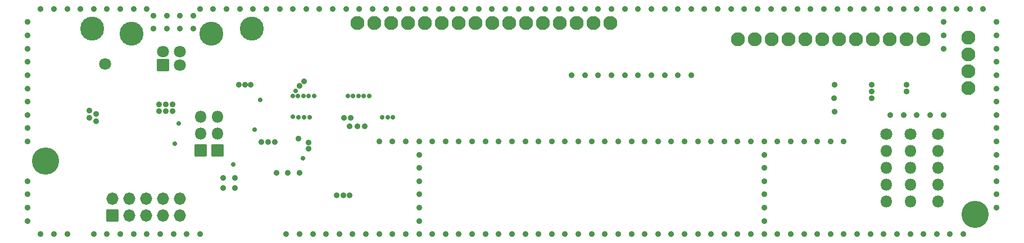
<source format=gbr>
%TF.GenerationSoftware,KiCad,Pcbnew,(6.0.6)*%
%TF.CreationDate,2022-06-30T18:10:47+10:00*%
%TF.ProjectId,modelh,6d6f6465-6c68-42e6-9b69-6361645f7063,v0.1*%
%TF.SameCoordinates,Original*%
%TF.FileFunction,Soldermask,Bot*%
%TF.FilePolarity,Negative*%
%FSLAX46Y46*%
G04 Gerber Fmt 4.6, Leading zero omitted, Abs format (unit mm)*
G04 Created by KiCad (PCBNEW (6.0.6)) date 2022-06-30 18:10:47*
%MOMM*%
%LPD*%
G01*
G04 APERTURE LIST*
G04 Aperture macros list*
%AMRoundRect*
0 Rectangle with rounded corners*
0 $1 Rounding radius*
0 $2 $3 $4 $5 $6 $7 $8 $9 X,Y pos of 4 corners*
0 Add a 4 corners polygon primitive as box body*
4,1,4,$2,$3,$4,$5,$6,$7,$8,$9,$2,$3,0*
0 Add four circle primitives for the rounded corners*
1,1,$1+$1,$2,$3*
1,1,$1+$1,$4,$5*
1,1,$1+$1,$6,$7*
1,1,$1+$1,$8,$9*
0 Add four rect primitives between the rounded corners*
20,1,$1+$1,$2,$3,$4,$5,0*
20,1,$1+$1,$4,$5,$6,$7,0*
20,1,$1+$1,$6,$7,$8,$9,0*
20,1,$1+$1,$8,$9,$2,$3,0*%
G04 Aperture macros list end*
%ADD10O,1.801600X1.801600*%
%ADD11RoundRect,0.050800X0.850000X0.850000X-0.850000X0.850000X-0.850000X-0.850000X0.850000X-0.850000X0*%
%ADD12C,1.801600*%
%ADD13C,2.101600*%
%ADD14C,3.601600*%
%ADD15RoundRect,0.050800X0.850000X-0.850000X0.850000X0.850000X-0.850000X0.850000X-0.850000X-0.850000X0*%
%ADD16O,1.828800X1.828800*%
%ADD17RoundRect,0.050800X0.863600X-0.863600X0.863600X0.863600X-0.863600X0.863600X-0.863600X-0.863600X0*%
%ADD18C,4.101600*%
%ADD19C,0.901600*%
%ADD20C,0.701600*%
G04 APERTURE END LIST*
D10*
%TO.C,J5*%
X93070000Y-65260000D03*
X95610000Y-65260000D03*
X93070000Y-67800000D03*
X95610000Y-67800000D03*
D11*
X93070000Y-70340000D03*
X95610000Y-70340000D03*
%TD*%
D10*
%TO.C,J7*%
X204170000Y-78100000D03*
X204170000Y-75560000D03*
X204170000Y-73020000D03*
X204170000Y-70480000D03*
D12*
X204170000Y-67940000D03*
%TD*%
D10*
%TO.C,J9*%
X200070000Y-78100000D03*
X200070000Y-75560000D03*
X200070000Y-73020000D03*
X200070000Y-70480000D03*
D12*
X200070000Y-67940000D03*
%TD*%
%TO.C,TP1*%
X78670000Y-57340000D03*
%TD*%
D10*
%TO.C,J8*%
X196370000Y-78100000D03*
X196370000Y-75560000D03*
X196370000Y-73020000D03*
X196370000Y-70480000D03*
D12*
X196370000Y-67940000D03*
%TD*%
D13*
%TO.C,J4*%
X208750000Y-60920000D03*
X208750000Y-58380000D03*
X208750000Y-55840000D03*
X208750000Y-53300000D03*
%TD*%
%TO.C,J3*%
X202020000Y-53600000D03*
X199480000Y-53600000D03*
X196940000Y-53600000D03*
X194400000Y-53600000D03*
X191860000Y-53600000D03*
X189320000Y-53600000D03*
X186780000Y-53600000D03*
X184240000Y-53600000D03*
X181700000Y-53600000D03*
X179160000Y-53600000D03*
X176620000Y-53600000D03*
X174080000Y-53600000D03*
%TD*%
%TO.C,J2*%
X154800000Y-51100000D03*
X152260000Y-51100000D03*
X149720000Y-51100000D03*
X147180000Y-51100000D03*
X144640000Y-51100000D03*
X142100000Y-51100000D03*
X139560000Y-51100000D03*
X137020000Y-51100000D03*
X134480000Y-51100000D03*
X131940000Y-51100000D03*
X129400000Y-51100000D03*
X126860000Y-51100000D03*
X124320000Y-51100000D03*
X121780000Y-51100000D03*
X119240000Y-51100000D03*
X116700000Y-51100000D03*
%TD*%
D14*
%TO.C,J1*%
X94740000Y-52780000D03*
X82700000Y-52780000D03*
D12*
X87470000Y-55490000D03*
X89970000Y-55490000D03*
X89970000Y-57490000D03*
D15*
X87470000Y-57490000D03*
%TD*%
D16*
%TO.C,J6*%
X89930000Y-77600000D03*
X89930000Y-80140000D03*
X87390000Y-77600000D03*
X87390000Y-80140000D03*
X84850000Y-77600000D03*
X84850000Y-80140000D03*
X82310000Y-77600000D03*
X82310000Y-80140000D03*
X79770000Y-77600000D03*
D17*
X79770000Y-80140000D03*
%TD*%
D18*
%TO.C,REF\u002A\u002A*%
X209770000Y-79990000D03*
%TD*%
%TO.C,REF\u002A\u002A*%
X69770000Y-71990000D03*
%TD*%
D14*
%TO.C,REF\u002A\u002A*%
X100770000Y-51990000D03*
%TD*%
%TO.C,REF\u002A\u002A*%
X76770000Y-51990000D03*
%TD*%
D19*
X116700000Y-66700000D03*
X100670000Y-60459990D03*
X76370000Y-64340000D03*
X77370000Y-64840000D03*
X76370000Y-65440000D03*
X77370000Y-65940000D03*
X86870000Y-63440000D03*
X86870000Y-64440000D03*
X104270000Y-69110010D03*
X103270000Y-69110010D03*
X107794990Y-68540000D03*
X99770000Y-60440000D03*
X98870000Y-60440000D03*
X87870000Y-63440000D03*
X87870000Y-64440000D03*
X88870000Y-63440000D03*
X88870000Y-64440000D03*
X102270000Y-69110000D03*
X115570000Y-66690000D03*
X114570000Y-77140000D03*
X115570000Y-77140000D03*
X113570000Y-77140000D03*
X108700000Y-59900004D03*
X108000000Y-60600000D03*
X149000000Y-59000000D03*
X151000000Y-59000000D03*
X153000000Y-59000000D03*
X155000000Y-59000000D03*
X157000000Y-59000000D03*
X159000000Y-59000000D03*
X161000000Y-59000000D03*
X163000000Y-59000000D03*
X165000000Y-59000000D03*
X167000000Y-59000000D03*
X120000000Y-69000000D03*
X122000000Y-69000000D03*
X124000000Y-69000000D03*
X126000000Y-69000000D03*
X128000000Y-69000000D03*
X138000000Y-69000000D03*
X136000000Y-69000000D03*
X134000000Y-69000000D03*
X130000000Y-69000000D03*
X132000000Y-69000000D03*
X148000000Y-69000000D03*
X146000000Y-69000000D03*
X150000000Y-69000000D03*
X158000000Y-69000000D03*
X156000000Y-69000000D03*
X152000000Y-69000000D03*
X154000000Y-69000000D03*
X144000000Y-69000000D03*
X140000000Y-69000000D03*
X142000000Y-69000000D03*
X178000000Y-69000000D03*
X170000000Y-69000000D03*
X176000000Y-69000000D03*
X164000000Y-69000000D03*
X172000000Y-69000000D03*
X174000000Y-69000000D03*
X166000000Y-69000000D03*
X168000000Y-69000000D03*
X162000000Y-69000000D03*
X160000000Y-69000000D03*
X180000000Y-69000000D03*
X182000000Y-69000000D03*
X184000000Y-69000000D03*
X186000000Y-69000000D03*
X188000000Y-69000000D03*
X190000000Y-69000000D03*
X205000000Y-55000000D03*
X205000000Y-53000000D03*
X205000000Y-51000000D03*
X213000000Y-75000000D03*
X213000000Y-73000000D03*
X213000000Y-71000000D03*
X213000000Y-69000000D03*
X213000000Y-67000000D03*
X213000000Y-65000000D03*
X213000000Y-63000000D03*
X213000000Y-61000000D03*
X213000000Y-59000000D03*
X213000000Y-57000000D03*
X213000000Y-55000000D03*
X213000000Y-53000000D03*
X213000000Y-51000000D03*
X148000000Y-83000000D03*
X170000000Y-83000000D03*
X154000000Y-83000000D03*
X168000000Y-83000000D03*
X156000000Y-83000000D03*
X116000000Y-83000000D03*
X162000000Y-83000000D03*
X166000000Y-83000000D03*
X160000000Y-83000000D03*
X114000000Y-83000000D03*
X152000000Y-83000000D03*
X150000000Y-83000000D03*
X164000000Y-83000000D03*
X158000000Y-83000000D03*
X172000000Y-83000000D03*
X118000000Y-83000000D03*
X146000000Y-83000000D03*
X138000000Y-83000000D03*
X144000000Y-83000000D03*
X132000000Y-83000000D03*
X140000000Y-83000000D03*
X126000000Y-83000000D03*
X142000000Y-83000000D03*
X174000000Y-83000000D03*
X134000000Y-83000000D03*
X124000000Y-83000000D03*
X120000000Y-83000000D03*
X122000000Y-83000000D03*
X136000000Y-83000000D03*
X130000000Y-83000000D03*
X128000000Y-83000000D03*
X112000000Y-83000000D03*
X176000000Y-83000000D03*
X108000000Y-83000000D03*
X110000000Y-83000000D03*
X178000000Y-83000000D03*
X182000000Y-83000000D03*
X186000000Y-83000000D03*
X190000000Y-83000000D03*
X184000000Y-83000000D03*
X194000000Y-83000000D03*
X192000000Y-83000000D03*
X188000000Y-83000000D03*
X180000000Y-83000000D03*
X196000000Y-83000000D03*
X198000000Y-83000000D03*
X200000000Y-83000000D03*
X202000000Y-83000000D03*
X204000000Y-83000000D03*
X69000000Y-83000000D03*
X71000000Y-83000000D03*
X67000000Y-81000000D03*
X67000000Y-79000000D03*
X67000000Y-77000000D03*
X67000000Y-51000000D03*
X67000000Y-53000000D03*
X67000000Y-55000000D03*
X67000000Y-57000000D03*
X67000000Y-59000000D03*
X67000000Y-61000000D03*
X67000000Y-63000000D03*
X67000000Y-65000000D03*
X86000000Y-50000000D03*
X88000000Y-50000000D03*
X90000000Y-50000000D03*
X92000000Y-50000000D03*
X92000000Y-52000000D03*
X90000000Y-52000000D03*
X88000000Y-52000000D03*
X86000000Y-52000000D03*
X211000000Y-49000000D03*
X199000000Y-49000000D03*
X207000000Y-49000000D03*
X203000000Y-49000000D03*
X209000000Y-49000000D03*
X205000000Y-49000000D03*
X201000000Y-49000000D03*
X195000000Y-49000000D03*
X193000000Y-49000000D03*
X197000000Y-49000000D03*
X181000000Y-49000000D03*
X177000000Y-49000000D03*
X185000000Y-49000000D03*
X183000000Y-49000000D03*
X187000000Y-49000000D03*
X179000000Y-49000000D03*
X191000000Y-49000000D03*
X175000000Y-49000000D03*
X189000000Y-49000000D03*
X173000000Y-49000000D03*
X171000000Y-49000000D03*
X167000000Y-49000000D03*
X163000000Y-49000000D03*
X159000000Y-49000000D03*
X153000000Y-49000000D03*
X161000000Y-49000000D03*
X155000000Y-49000000D03*
X157000000Y-49000000D03*
X169000000Y-49000000D03*
X165000000Y-49000000D03*
X143000000Y-49000000D03*
X151000000Y-49000000D03*
X133000000Y-49000000D03*
X145000000Y-49000000D03*
X139000000Y-49000000D03*
X149000000Y-49000000D03*
X141000000Y-49000000D03*
X135000000Y-49000000D03*
X147000000Y-49000000D03*
X137000000Y-49000000D03*
X113000000Y-49000000D03*
X131000000Y-49000000D03*
X115000000Y-49000000D03*
X123000000Y-49000000D03*
X117000000Y-49000000D03*
X127000000Y-49000000D03*
X121000000Y-49000000D03*
X129000000Y-49000000D03*
X119000000Y-49000000D03*
X125000000Y-49000000D03*
X111000000Y-49000000D03*
X109000000Y-49000000D03*
X107000000Y-49000000D03*
X105000000Y-49000000D03*
X213000000Y-77000000D03*
X206000000Y-83000000D03*
X208000000Y-83000000D03*
X103000000Y-49000000D03*
X101000000Y-49000000D03*
X99000000Y-49000000D03*
X67000000Y-67000000D03*
X69000000Y-49000000D03*
X71000000Y-49000000D03*
X73000000Y-49000000D03*
X75000000Y-49000000D03*
X77000000Y-49000000D03*
X79000000Y-49000000D03*
X81000000Y-49000000D03*
X83000000Y-49000000D03*
X97000000Y-49000000D03*
X95000000Y-49000000D03*
X93000000Y-49000000D03*
X85000000Y-49000000D03*
X126000000Y-71000000D03*
X126000000Y-73000000D03*
X126000000Y-75000000D03*
X126000000Y-77000000D03*
X126000000Y-79000000D03*
X126000000Y-81000000D03*
X178000000Y-81000000D03*
X178000000Y-79000000D03*
X178000000Y-77000000D03*
X178000000Y-75000000D03*
X178000000Y-73000000D03*
X178000000Y-71000000D03*
X197000000Y-65000000D03*
X199000000Y-65000000D03*
X201000000Y-65000000D03*
X203000000Y-65000000D03*
X205000000Y-65000000D03*
X117800000Y-66700000D03*
X108000000Y-73750000D03*
X106000000Y-83000000D03*
X104500000Y-73750000D03*
X106250000Y-73750000D03*
X96500000Y-74500000D03*
X96500000Y-76000000D03*
X98250000Y-76000000D03*
X98250000Y-74500000D03*
X93000000Y-83000000D03*
X91000000Y-83000000D03*
X89000000Y-83000000D03*
X87000000Y-83000000D03*
X85000000Y-83000000D03*
X83000000Y-83000000D03*
X73000000Y-83000000D03*
X77000000Y-83000000D03*
X79000000Y-83000000D03*
X81000000Y-83000000D03*
X213000000Y-79000000D03*
X67000000Y-75000000D03*
X67000000Y-69000000D03*
X194170000Y-62440000D03*
X199470000Y-61440000D03*
X194157340Y-61427340D03*
X199470000Y-60440000D03*
X194170161Y-60427411D03*
X114670000Y-65440000D03*
X109370000Y-69140000D03*
X109370000Y-70140000D03*
X115720000Y-65440000D03*
D20*
X109528158Y-65366699D03*
X108520000Y-71540004D03*
X117670000Y-62140000D03*
X107770000Y-62140000D03*
X118470000Y-62140000D03*
X106970000Y-62140000D03*
X108570000Y-62140000D03*
X116870000Y-62140000D03*
X109370000Y-62140000D03*
X116070000Y-62140000D03*
X110170000Y-62140000D03*
X115270000Y-62140000D03*
X101270000Y-67215000D03*
X98020000Y-72490000D03*
X89800000Y-66300000D03*
X89200000Y-69300000D03*
X120470000Y-65340000D03*
X108670000Y-65340000D03*
D19*
X188590000Y-60420000D03*
D20*
X107870000Y-65340000D03*
X121270000Y-65340000D03*
D19*
X188540000Y-62470000D03*
D20*
X122070000Y-65340000D03*
D19*
X188570000Y-64540000D03*
D20*
X107028051Y-65298051D03*
X102100000Y-62700000D03*
X107400000Y-61400000D03*
M02*

</source>
